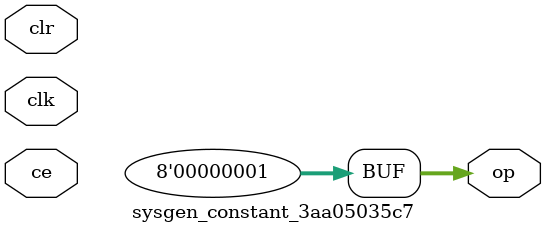
<source format=v>
module sysgen_constant_3aa05035c7 (
  output [(8 - 1):0] op,
  input clk,
  input ce,
  input clr);
  assign op = 8'b00000001;
endmodule
</source>
